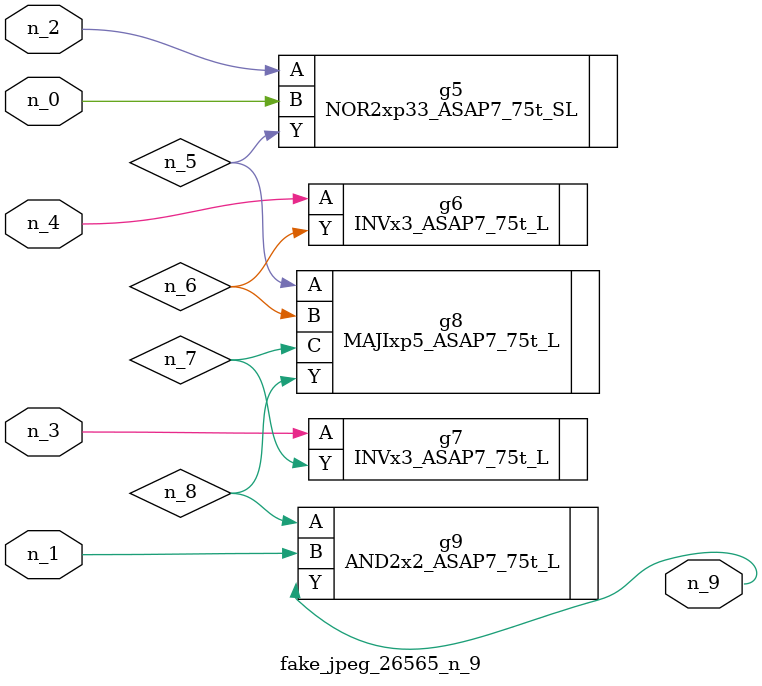
<source format=v>
module fake_jpeg_26565_n_9 (n_3, n_2, n_1, n_0, n_4, n_9);

input n_3;
input n_2;
input n_1;
input n_0;
input n_4;

output n_9;

wire n_8;
wire n_6;
wire n_5;
wire n_7;

NOR2xp33_ASAP7_75t_SL g5 ( 
.A(n_2),
.B(n_0),
.Y(n_5)
);

INVx3_ASAP7_75t_L g6 ( 
.A(n_4),
.Y(n_6)
);

INVx3_ASAP7_75t_L g7 ( 
.A(n_3),
.Y(n_7)
);

MAJIxp5_ASAP7_75t_L g8 ( 
.A(n_5),
.B(n_6),
.C(n_7),
.Y(n_8)
);

AND2x2_ASAP7_75t_L g9 ( 
.A(n_8),
.B(n_1),
.Y(n_9)
);


endmodule
</source>
